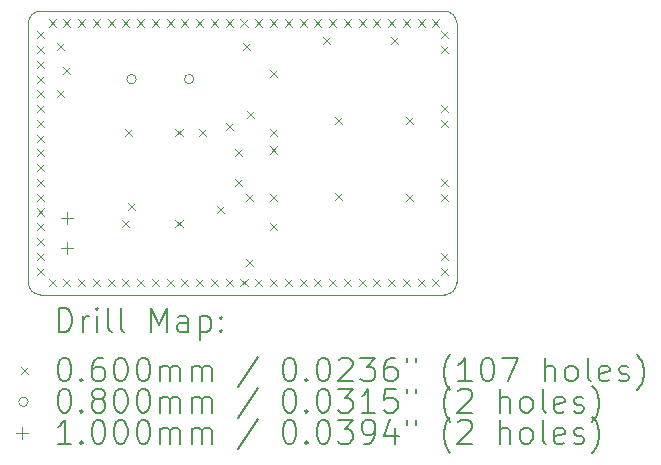
<source format=gbr>
%TF.GenerationSoftware,KiCad,Pcbnew,8.0.2*%
%TF.CreationDate,2024-06-05T16:41:05+02:00*%
%TF.ProjectId,Local Oscillator 60 MHz,4c6f6361-6c20-44f7-9363-696c6c61746f,rev?*%
%TF.SameCoordinates,Original*%
%TF.FileFunction,Drillmap*%
%TF.FilePolarity,Positive*%
%FSLAX45Y45*%
G04 Gerber Fmt 4.5, Leading zero omitted, Abs format (unit mm)*
G04 Created by KiCad (PCBNEW 8.0.2) date 2024-06-05 16:41:05*
%MOMM*%
%LPD*%
G01*
G04 APERTURE LIST*
%ADD10C,0.050000*%
%ADD11C,0.200000*%
%ADD12C,0.100000*%
G04 APERTURE END LIST*
D10*
X11650000Y-8125000D02*
X11650000Y-5925000D01*
X8125000Y-8225000D02*
G75*
G02*
X8025000Y-8125000I0J100000D01*
G01*
X8025000Y-5925000D02*
G75*
G02*
X8125000Y-5825000I100000J0D01*
G01*
X8125000Y-8225000D02*
X11550000Y-8225000D01*
X11650000Y-8125000D02*
G75*
G02*
X11550000Y-8225000I-100000J0D01*
G01*
X11550000Y-5825000D02*
X8125000Y-5825000D01*
X11550000Y-5825000D02*
G75*
G02*
X11650000Y-5925000I0J-100000D01*
G01*
X8025000Y-5925000D02*
X8025000Y-8125000D01*
D11*
D12*
X8095000Y-5995000D02*
X8155000Y-6055000D01*
X8155000Y-5995000D02*
X8095000Y-6055000D01*
X8095000Y-6120000D02*
X8155000Y-6180000D01*
X8155000Y-6120000D02*
X8095000Y-6180000D01*
X8095000Y-6245000D02*
X8155000Y-6305000D01*
X8155000Y-6245000D02*
X8095000Y-6305000D01*
X8095000Y-6370000D02*
X8155000Y-6430000D01*
X8155000Y-6370000D02*
X8095000Y-6430000D01*
X8095000Y-6495000D02*
X8155000Y-6555000D01*
X8155000Y-6495000D02*
X8095000Y-6555000D01*
X8095000Y-6620000D02*
X8155000Y-6680000D01*
X8155000Y-6620000D02*
X8095000Y-6680000D01*
X8095000Y-6745000D02*
X8155000Y-6805000D01*
X8155000Y-6745000D02*
X8095000Y-6805000D01*
X8095000Y-6870000D02*
X8155000Y-6930000D01*
X8155000Y-6870000D02*
X8095000Y-6930000D01*
X8095000Y-6995000D02*
X8155000Y-7055000D01*
X8155000Y-6995000D02*
X8095000Y-7055000D01*
X8095000Y-7120000D02*
X8155000Y-7180000D01*
X8155000Y-7120000D02*
X8095000Y-7180000D01*
X8095000Y-7245000D02*
X8155000Y-7305000D01*
X8155000Y-7245000D02*
X8095000Y-7305000D01*
X8095000Y-7370000D02*
X8155000Y-7430000D01*
X8155000Y-7370000D02*
X8095000Y-7430000D01*
X8095000Y-7495000D02*
X8155000Y-7555000D01*
X8155000Y-7495000D02*
X8095000Y-7555000D01*
X8095000Y-7620000D02*
X8155000Y-7680000D01*
X8155000Y-7620000D02*
X8095000Y-7680000D01*
X8095000Y-7745000D02*
X8155000Y-7805000D01*
X8155000Y-7745000D02*
X8095000Y-7805000D01*
X8095000Y-7870000D02*
X8155000Y-7930000D01*
X8155000Y-7870000D02*
X8095000Y-7930000D01*
X8095000Y-7995000D02*
X8155000Y-8055000D01*
X8155000Y-7995000D02*
X8095000Y-8055000D01*
X8195000Y-5895000D02*
X8255000Y-5955000D01*
X8255000Y-5895000D02*
X8195000Y-5955000D01*
X8195000Y-8095000D02*
X8255000Y-8155000D01*
X8255000Y-8095000D02*
X8195000Y-8155000D01*
X8270000Y-6095000D02*
X8330000Y-6155000D01*
X8330000Y-6095000D02*
X8270000Y-6155000D01*
X8270000Y-6495000D02*
X8330000Y-6555000D01*
X8330000Y-6495000D02*
X8270000Y-6555000D01*
X8320000Y-5895000D02*
X8380000Y-5955000D01*
X8380000Y-5895000D02*
X8320000Y-5955000D01*
X8320000Y-6295000D02*
X8380000Y-6355000D01*
X8380000Y-6295000D02*
X8320000Y-6355000D01*
X8320000Y-8095000D02*
X8380000Y-8155000D01*
X8380000Y-8095000D02*
X8320000Y-8155000D01*
X8445000Y-5895000D02*
X8505000Y-5955000D01*
X8505000Y-5895000D02*
X8445000Y-5955000D01*
X8445000Y-8095000D02*
X8505000Y-8155000D01*
X8505000Y-8095000D02*
X8445000Y-8155000D01*
X8570000Y-5895000D02*
X8630000Y-5955000D01*
X8630000Y-5895000D02*
X8570000Y-5955000D01*
X8570000Y-8095000D02*
X8630000Y-8155000D01*
X8630000Y-8095000D02*
X8570000Y-8155000D01*
X8695000Y-5895000D02*
X8755000Y-5955000D01*
X8755000Y-5895000D02*
X8695000Y-5955000D01*
X8695000Y-8095000D02*
X8755000Y-8155000D01*
X8755000Y-8095000D02*
X8695000Y-8155000D01*
X8820000Y-5895000D02*
X8880000Y-5955000D01*
X8880000Y-5895000D02*
X8820000Y-5955000D01*
X8820000Y-7595000D02*
X8880000Y-7655000D01*
X8880000Y-7595000D02*
X8820000Y-7655000D01*
X8820000Y-8095000D02*
X8880000Y-8155000D01*
X8880000Y-8095000D02*
X8820000Y-8155000D01*
X8845000Y-6820000D02*
X8905000Y-6880000D01*
X8905000Y-6820000D02*
X8845000Y-6880000D01*
X8870000Y-7445000D02*
X8930000Y-7505000D01*
X8930000Y-7445000D02*
X8870000Y-7505000D01*
X8945000Y-5895000D02*
X9005000Y-5955000D01*
X9005000Y-5895000D02*
X8945000Y-5955000D01*
X8945000Y-8095000D02*
X9005000Y-8155000D01*
X9005000Y-8095000D02*
X8945000Y-8155000D01*
X9070000Y-5895000D02*
X9130000Y-5955000D01*
X9130000Y-5895000D02*
X9070000Y-5955000D01*
X9070000Y-8095000D02*
X9130000Y-8155000D01*
X9130000Y-8095000D02*
X9070000Y-8155000D01*
X9195000Y-5895000D02*
X9255000Y-5955000D01*
X9255000Y-5895000D02*
X9195000Y-5955000D01*
X9195000Y-8095000D02*
X9255000Y-8155000D01*
X9255000Y-8095000D02*
X9195000Y-8155000D01*
X9270000Y-6820000D02*
X9330000Y-6880000D01*
X9330000Y-6820000D02*
X9270000Y-6880000D01*
X9270000Y-7595000D02*
X9330000Y-7655000D01*
X9330000Y-7595000D02*
X9270000Y-7655000D01*
X9320000Y-5895000D02*
X9380000Y-5955000D01*
X9380000Y-5895000D02*
X9320000Y-5955000D01*
X9320000Y-8095000D02*
X9380000Y-8155000D01*
X9380000Y-8095000D02*
X9320000Y-8155000D01*
X9445000Y-5895000D02*
X9505000Y-5955000D01*
X9505000Y-5895000D02*
X9445000Y-5955000D01*
X9445000Y-8095000D02*
X9505000Y-8155000D01*
X9505000Y-8095000D02*
X9445000Y-8155000D01*
X9467500Y-6820000D02*
X9527500Y-6880000D01*
X9527500Y-6820000D02*
X9467500Y-6880000D01*
X9570000Y-5895000D02*
X9630000Y-5955000D01*
X9630000Y-5895000D02*
X9570000Y-5955000D01*
X9570000Y-8095000D02*
X9630000Y-8155000D01*
X9630000Y-8095000D02*
X9570000Y-8155000D01*
X9620000Y-7470000D02*
X9680000Y-7530000D01*
X9680000Y-7470000D02*
X9620000Y-7530000D01*
X9695000Y-5895000D02*
X9755000Y-5955000D01*
X9755000Y-5895000D02*
X9695000Y-5955000D01*
X9695000Y-6770000D02*
X9755000Y-6830000D01*
X9755000Y-6770000D02*
X9695000Y-6830000D01*
X9695000Y-8095000D02*
X9755000Y-8155000D01*
X9755000Y-8095000D02*
X9695000Y-8155000D01*
X9770000Y-6995000D02*
X9830000Y-7055000D01*
X9830000Y-6995000D02*
X9770000Y-7055000D01*
X9770000Y-7245000D02*
X9830000Y-7305000D01*
X9830000Y-7245000D02*
X9770000Y-7305000D01*
X9820000Y-5895000D02*
X9880000Y-5955000D01*
X9880000Y-5895000D02*
X9820000Y-5955000D01*
X9820000Y-8095000D02*
X9880000Y-8155000D01*
X9880000Y-8095000D02*
X9820000Y-8155000D01*
X9845000Y-6095000D02*
X9905000Y-6155000D01*
X9905000Y-6095000D02*
X9845000Y-6155000D01*
X9870000Y-7370000D02*
X9930000Y-7430000D01*
X9930000Y-7370000D02*
X9870000Y-7430000D01*
X9870000Y-7920000D02*
X9930000Y-7980000D01*
X9930000Y-7920000D02*
X9870000Y-7980000D01*
X9875000Y-6670000D02*
X9935000Y-6730000D01*
X9935000Y-6670000D02*
X9875000Y-6730000D01*
X9945000Y-5895000D02*
X10005000Y-5955000D01*
X10005000Y-5895000D02*
X9945000Y-5955000D01*
X9945000Y-8095000D02*
X10005000Y-8155000D01*
X10005000Y-8095000D02*
X9945000Y-8155000D01*
X10070000Y-5895000D02*
X10130000Y-5955000D01*
X10130000Y-5895000D02*
X10070000Y-5955000D01*
X10070000Y-6320000D02*
X10130000Y-6380000D01*
X10130000Y-6320000D02*
X10070000Y-6380000D01*
X10070000Y-6820000D02*
X10130000Y-6880000D01*
X10130000Y-6820000D02*
X10070000Y-6880000D01*
X10070000Y-6970000D02*
X10130000Y-7030000D01*
X10130000Y-6970000D02*
X10070000Y-7030000D01*
X10070000Y-7370000D02*
X10130000Y-7430000D01*
X10130000Y-7370000D02*
X10070000Y-7430000D01*
X10070000Y-7620000D02*
X10130000Y-7680000D01*
X10130000Y-7620000D02*
X10070000Y-7680000D01*
X10070000Y-8095000D02*
X10130000Y-8155000D01*
X10130000Y-8095000D02*
X10070000Y-8155000D01*
X10195000Y-5895000D02*
X10255000Y-5955000D01*
X10255000Y-5895000D02*
X10195000Y-5955000D01*
X10195000Y-8095000D02*
X10255000Y-8155000D01*
X10255000Y-8095000D02*
X10195000Y-8155000D01*
X10320000Y-5895000D02*
X10380000Y-5955000D01*
X10380000Y-5895000D02*
X10320000Y-5955000D01*
X10320000Y-8095000D02*
X10380000Y-8155000D01*
X10380000Y-8095000D02*
X10320000Y-8155000D01*
X10445000Y-5895000D02*
X10505000Y-5955000D01*
X10505000Y-5895000D02*
X10445000Y-5955000D01*
X10445000Y-8095000D02*
X10505000Y-8155000D01*
X10505000Y-8095000D02*
X10445000Y-8155000D01*
X10520000Y-6045000D02*
X10580000Y-6105000D01*
X10580000Y-6045000D02*
X10520000Y-6105000D01*
X10570000Y-5895000D02*
X10630000Y-5955000D01*
X10630000Y-5895000D02*
X10570000Y-5955000D01*
X10573060Y-8094617D02*
X10633060Y-8154617D01*
X10633060Y-8094617D02*
X10573060Y-8154617D01*
X10620000Y-6717500D02*
X10680000Y-6777500D01*
X10680000Y-6717500D02*
X10620000Y-6777500D01*
X10620000Y-7367500D02*
X10680000Y-7427500D01*
X10680000Y-7367500D02*
X10620000Y-7427500D01*
X10695000Y-5895000D02*
X10755000Y-5955000D01*
X10755000Y-5895000D02*
X10695000Y-5955000D01*
X10695000Y-8095000D02*
X10755000Y-8155000D01*
X10755000Y-8095000D02*
X10695000Y-8155000D01*
X10820000Y-5895000D02*
X10880000Y-5955000D01*
X10880000Y-5895000D02*
X10820000Y-5955000D01*
X10820000Y-8095000D02*
X10880000Y-8155000D01*
X10880000Y-8095000D02*
X10820000Y-8155000D01*
X10945000Y-5895000D02*
X11005000Y-5955000D01*
X11005000Y-5895000D02*
X10945000Y-5955000D01*
X10945000Y-8095000D02*
X11005000Y-8155000D01*
X11005000Y-8095000D02*
X10945000Y-8155000D01*
X11070000Y-5895000D02*
X11130000Y-5955000D01*
X11130000Y-5895000D02*
X11070000Y-5955000D01*
X11070000Y-8095000D02*
X11130000Y-8155000D01*
X11130000Y-8095000D02*
X11070000Y-8155000D01*
X11095000Y-6045000D02*
X11155000Y-6105000D01*
X11155000Y-6045000D02*
X11095000Y-6105000D01*
X11195000Y-5895000D02*
X11255000Y-5955000D01*
X11255000Y-5895000D02*
X11195000Y-5955000D01*
X11195000Y-8095000D02*
X11255000Y-8155000D01*
X11255000Y-8095000D02*
X11195000Y-8155000D01*
X11220000Y-6720000D02*
X11280000Y-6780000D01*
X11280000Y-6720000D02*
X11220000Y-6780000D01*
X11220000Y-7370000D02*
X11280000Y-7430000D01*
X11280000Y-7370000D02*
X11220000Y-7430000D01*
X11320000Y-5895000D02*
X11380000Y-5955000D01*
X11380000Y-5895000D02*
X11320000Y-5955000D01*
X11320000Y-8095000D02*
X11380000Y-8155000D01*
X11380000Y-8095000D02*
X11320000Y-8155000D01*
X11445000Y-5895000D02*
X11505000Y-5955000D01*
X11505000Y-5895000D02*
X11445000Y-5955000D01*
X11445000Y-8095000D02*
X11505000Y-8155000D01*
X11505000Y-8095000D02*
X11445000Y-8155000D01*
X11520000Y-5995000D02*
X11580000Y-6055000D01*
X11580000Y-5995000D02*
X11520000Y-6055000D01*
X11520000Y-6120000D02*
X11580000Y-6180000D01*
X11580000Y-6120000D02*
X11520000Y-6180000D01*
X11520000Y-6620000D02*
X11580000Y-6680000D01*
X11580000Y-6620000D02*
X11520000Y-6680000D01*
X11520000Y-6745000D02*
X11580000Y-6805000D01*
X11580000Y-6745000D02*
X11520000Y-6805000D01*
X11520000Y-7245000D02*
X11580000Y-7305000D01*
X11580000Y-7245000D02*
X11520000Y-7305000D01*
X11520000Y-7370000D02*
X11580000Y-7430000D01*
X11580000Y-7370000D02*
X11520000Y-7430000D01*
X11520000Y-7870000D02*
X11580000Y-7930000D01*
X11580000Y-7870000D02*
X11520000Y-7930000D01*
X11520000Y-7995000D02*
X11580000Y-8055000D01*
X11580000Y-7995000D02*
X11520000Y-8055000D01*
X8937500Y-6400000D02*
G75*
G02*
X8857500Y-6400000I-40000J0D01*
G01*
X8857500Y-6400000D02*
G75*
G02*
X8937500Y-6400000I40000J0D01*
G01*
X9425500Y-6400000D02*
G75*
G02*
X9345500Y-6400000I-40000J0D01*
G01*
X9345500Y-6400000D02*
G75*
G02*
X9425500Y-6400000I40000J0D01*
G01*
X8350000Y-7522500D02*
X8350000Y-7622500D01*
X8300000Y-7572500D02*
X8400000Y-7572500D01*
X8350000Y-7776500D02*
X8350000Y-7876500D01*
X8300000Y-7826500D02*
X8400000Y-7826500D01*
D11*
X8283277Y-8538984D02*
X8283277Y-8338984D01*
X8283277Y-8338984D02*
X8330896Y-8338984D01*
X8330896Y-8338984D02*
X8359467Y-8348508D01*
X8359467Y-8348508D02*
X8378515Y-8367555D01*
X8378515Y-8367555D02*
X8388039Y-8386603D01*
X8388039Y-8386603D02*
X8397563Y-8424698D01*
X8397563Y-8424698D02*
X8397563Y-8453270D01*
X8397563Y-8453270D02*
X8388039Y-8491365D01*
X8388039Y-8491365D02*
X8378515Y-8510412D01*
X8378515Y-8510412D02*
X8359467Y-8529460D01*
X8359467Y-8529460D02*
X8330896Y-8538984D01*
X8330896Y-8538984D02*
X8283277Y-8538984D01*
X8483277Y-8538984D02*
X8483277Y-8405650D01*
X8483277Y-8443746D02*
X8492801Y-8424698D01*
X8492801Y-8424698D02*
X8502324Y-8415174D01*
X8502324Y-8415174D02*
X8521372Y-8405650D01*
X8521372Y-8405650D02*
X8540420Y-8405650D01*
X8607086Y-8538984D02*
X8607086Y-8405650D01*
X8607086Y-8338984D02*
X8597563Y-8348508D01*
X8597563Y-8348508D02*
X8607086Y-8358031D01*
X8607086Y-8358031D02*
X8616610Y-8348508D01*
X8616610Y-8348508D02*
X8607086Y-8338984D01*
X8607086Y-8338984D02*
X8607086Y-8358031D01*
X8730896Y-8538984D02*
X8711848Y-8529460D01*
X8711848Y-8529460D02*
X8702324Y-8510412D01*
X8702324Y-8510412D02*
X8702324Y-8338984D01*
X8835658Y-8538984D02*
X8816610Y-8529460D01*
X8816610Y-8529460D02*
X8807086Y-8510412D01*
X8807086Y-8510412D02*
X8807086Y-8338984D01*
X9064229Y-8538984D02*
X9064229Y-8338984D01*
X9064229Y-8338984D02*
X9130896Y-8481841D01*
X9130896Y-8481841D02*
X9197563Y-8338984D01*
X9197563Y-8338984D02*
X9197563Y-8538984D01*
X9378515Y-8538984D02*
X9378515Y-8434222D01*
X9378515Y-8434222D02*
X9368991Y-8415174D01*
X9368991Y-8415174D02*
X9349944Y-8405650D01*
X9349944Y-8405650D02*
X9311848Y-8405650D01*
X9311848Y-8405650D02*
X9292801Y-8415174D01*
X9378515Y-8529460D02*
X9359467Y-8538984D01*
X9359467Y-8538984D02*
X9311848Y-8538984D01*
X9311848Y-8538984D02*
X9292801Y-8529460D01*
X9292801Y-8529460D02*
X9283277Y-8510412D01*
X9283277Y-8510412D02*
X9283277Y-8491365D01*
X9283277Y-8491365D02*
X9292801Y-8472317D01*
X9292801Y-8472317D02*
X9311848Y-8462793D01*
X9311848Y-8462793D02*
X9359467Y-8462793D01*
X9359467Y-8462793D02*
X9378515Y-8453270D01*
X9473753Y-8405650D02*
X9473753Y-8605650D01*
X9473753Y-8415174D02*
X9492801Y-8405650D01*
X9492801Y-8405650D02*
X9530896Y-8405650D01*
X9530896Y-8405650D02*
X9549944Y-8415174D01*
X9549944Y-8415174D02*
X9559467Y-8424698D01*
X9559467Y-8424698D02*
X9568991Y-8443746D01*
X9568991Y-8443746D02*
X9568991Y-8500889D01*
X9568991Y-8500889D02*
X9559467Y-8519936D01*
X9559467Y-8519936D02*
X9549944Y-8529460D01*
X9549944Y-8529460D02*
X9530896Y-8538984D01*
X9530896Y-8538984D02*
X9492801Y-8538984D01*
X9492801Y-8538984D02*
X9473753Y-8529460D01*
X9654705Y-8519936D02*
X9664229Y-8529460D01*
X9664229Y-8529460D02*
X9654705Y-8538984D01*
X9654705Y-8538984D02*
X9645182Y-8529460D01*
X9645182Y-8529460D02*
X9654705Y-8519936D01*
X9654705Y-8519936D02*
X9654705Y-8538984D01*
X9654705Y-8415174D02*
X9664229Y-8424698D01*
X9664229Y-8424698D02*
X9654705Y-8434222D01*
X9654705Y-8434222D02*
X9645182Y-8424698D01*
X9645182Y-8424698D02*
X9654705Y-8415174D01*
X9654705Y-8415174D02*
X9654705Y-8434222D01*
D12*
X7962500Y-8837500D02*
X8022500Y-8897500D01*
X8022500Y-8837500D02*
X7962500Y-8897500D01*
D11*
X8321372Y-8758984D02*
X8340420Y-8758984D01*
X8340420Y-8758984D02*
X8359467Y-8768508D01*
X8359467Y-8768508D02*
X8368991Y-8778031D01*
X8368991Y-8778031D02*
X8378515Y-8797079D01*
X8378515Y-8797079D02*
X8388039Y-8835174D01*
X8388039Y-8835174D02*
X8388039Y-8882793D01*
X8388039Y-8882793D02*
X8378515Y-8920889D01*
X8378515Y-8920889D02*
X8368991Y-8939936D01*
X8368991Y-8939936D02*
X8359467Y-8949460D01*
X8359467Y-8949460D02*
X8340420Y-8958984D01*
X8340420Y-8958984D02*
X8321372Y-8958984D01*
X8321372Y-8958984D02*
X8302324Y-8949460D01*
X8302324Y-8949460D02*
X8292801Y-8939936D01*
X8292801Y-8939936D02*
X8283277Y-8920889D01*
X8283277Y-8920889D02*
X8273753Y-8882793D01*
X8273753Y-8882793D02*
X8273753Y-8835174D01*
X8273753Y-8835174D02*
X8283277Y-8797079D01*
X8283277Y-8797079D02*
X8292801Y-8778031D01*
X8292801Y-8778031D02*
X8302324Y-8768508D01*
X8302324Y-8768508D02*
X8321372Y-8758984D01*
X8473753Y-8939936D02*
X8483277Y-8949460D01*
X8483277Y-8949460D02*
X8473753Y-8958984D01*
X8473753Y-8958984D02*
X8464229Y-8949460D01*
X8464229Y-8949460D02*
X8473753Y-8939936D01*
X8473753Y-8939936D02*
X8473753Y-8958984D01*
X8654705Y-8758984D02*
X8616610Y-8758984D01*
X8616610Y-8758984D02*
X8597563Y-8768508D01*
X8597563Y-8768508D02*
X8588039Y-8778031D01*
X8588039Y-8778031D02*
X8568991Y-8806603D01*
X8568991Y-8806603D02*
X8559467Y-8844698D01*
X8559467Y-8844698D02*
X8559467Y-8920889D01*
X8559467Y-8920889D02*
X8568991Y-8939936D01*
X8568991Y-8939936D02*
X8578515Y-8949460D01*
X8578515Y-8949460D02*
X8597563Y-8958984D01*
X8597563Y-8958984D02*
X8635658Y-8958984D01*
X8635658Y-8958984D02*
X8654705Y-8949460D01*
X8654705Y-8949460D02*
X8664229Y-8939936D01*
X8664229Y-8939936D02*
X8673753Y-8920889D01*
X8673753Y-8920889D02*
X8673753Y-8873270D01*
X8673753Y-8873270D02*
X8664229Y-8854222D01*
X8664229Y-8854222D02*
X8654705Y-8844698D01*
X8654705Y-8844698D02*
X8635658Y-8835174D01*
X8635658Y-8835174D02*
X8597563Y-8835174D01*
X8597563Y-8835174D02*
X8578515Y-8844698D01*
X8578515Y-8844698D02*
X8568991Y-8854222D01*
X8568991Y-8854222D02*
X8559467Y-8873270D01*
X8797563Y-8758984D02*
X8816610Y-8758984D01*
X8816610Y-8758984D02*
X8835658Y-8768508D01*
X8835658Y-8768508D02*
X8845182Y-8778031D01*
X8845182Y-8778031D02*
X8854705Y-8797079D01*
X8854705Y-8797079D02*
X8864229Y-8835174D01*
X8864229Y-8835174D02*
X8864229Y-8882793D01*
X8864229Y-8882793D02*
X8854705Y-8920889D01*
X8854705Y-8920889D02*
X8845182Y-8939936D01*
X8845182Y-8939936D02*
X8835658Y-8949460D01*
X8835658Y-8949460D02*
X8816610Y-8958984D01*
X8816610Y-8958984D02*
X8797563Y-8958984D01*
X8797563Y-8958984D02*
X8778515Y-8949460D01*
X8778515Y-8949460D02*
X8768991Y-8939936D01*
X8768991Y-8939936D02*
X8759467Y-8920889D01*
X8759467Y-8920889D02*
X8749944Y-8882793D01*
X8749944Y-8882793D02*
X8749944Y-8835174D01*
X8749944Y-8835174D02*
X8759467Y-8797079D01*
X8759467Y-8797079D02*
X8768991Y-8778031D01*
X8768991Y-8778031D02*
X8778515Y-8768508D01*
X8778515Y-8768508D02*
X8797563Y-8758984D01*
X8988039Y-8758984D02*
X9007086Y-8758984D01*
X9007086Y-8758984D02*
X9026134Y-8768508D01*
X9026134Y-8768508D02*
X9035658Y-8778031D01*
X9035658Y-8778031D02*
X9045182Y-8797079D01*
X9045182Y-8797079D02*
X9054705Y-8835174D01*
X9054705Y-8835174D02*
X9054705Y-8882793D01*
X9054705Y-8882793D02*
X9045182Y-8920889D01*
X9045182Y-8920889D02*
X9035658Y-8939936D01*
X9035658Y-8939936D02*
X9026134Y-8949460D01*
X9026134Y-8949460D02*
X9007086Y-8958984D01*
X9007086Y-8958984D02*
X8988039Y-8958984D01*
X8988039Y-8958984D02*
X8968991Y-8949460D01*
X8968991Y-8949460D02*
X8959467Y-8939936D01*
X8959467Y-8939936D02*
X8949944Y-8920889D01*
X8949944Y-8920889D02*
X8940420Y-8882793D01*
X8940420Y-8882793D02*
X8940420Y-8835174D01*
X8940420Y-8835174D02*
X8949944Y-8797079D01*
X8949944Y-8797079D02*
X8959467Y-8778031D01*
X8959467Y-8778031D02*
X8968991Y-8768508D01*
X8968991Y-8768508D02*
X8988039Y-8758984D01*
X9140420Y-8958984D02*
X9140420Y-8825650D01*
X9140420Y-8844698D02*
X9149944Y-8835174D01*
X9149944Y-8835174D02*
X9168991Y-8825650D01*
X9168991Y-8825650D02*
X9197563Y-8825650D01*
X9197563Y-8825650D02*
X9216610Y-8835174D01*
X9216610Y-8835174D02*
X9226134Y-8854222D01*
X9226134Y-8854222D02*
X9226134Y-8958984D01*
X9226134Y-8854222D02*
X9235658Y-8835174D01*
X9235658Y-8835174D02*
X9254705Y-8825650D01*
X9254705Y-8825650D02*
X9283277Y-8825650D01*
X9283277Y-8825650D02*
X9302325Y-8835174D01*
X9302325Y-8835174D02*
X9311848Y-8854222D01*
X9311848Y-8854222D02*
X9311848Y-8958984D01*
X9407086Y-8958984D02*
X9407086Y-8825650D01*
X9407086Y-8844698D02*
X9416610Y-8835174D01*
X9416610Y-8835174D02*
X9435658Y-8825650D01*
X9435658Y-8825650D02*
X9464229Y-8825650D01*
X9464229Y-8825650D02*
X9483277Y-8835174D01*
X9483277Y-8835174D02*
X9492801Y-8854222D01*
X9492801Y-8854222D02*
X9492801Y-8958984D01*
X9492801Y-8854222D02*
X9502325Y-8835174D01*
X9502325Y-8835174D02*
X9521372Y-8825650D01*
X9521372Y-8825650D02*
X9549944Y-8825650D01*
X9549944Y-8825650D02*
X9568991Y-8835174D01*
X9568991Y-8835174D02*
X9578515Y-8854222D01*
X9578515Y-8854222D02*
X9578515Y-8958984D01*
X9968991Y-8749460D02*
X9797563Y-9006603D01*
X10226134Y-8758984D02*
X10245182Y-8758984D01*
X10245182Y-8758984D02*
X10264229Y-8768508D01*
X10264229Y-8768508D02*
X10273753Y-8778031D01*
X10273753Y-8778031D02*
X10283277Y-8797079D01*
X10283277Y-8797079D02*
X10292801Y-8835174D01*
X10292801Y-8835174D02*
X10292801Y-8882793D01*
X10292801Y-8882793D02*
X10283277Y-8920889D01*
X10283277Y-8920889D02*
X10273753Y-8939936D01*
X10273753Y-8939936D02*
X10264229Y-8949460D01*
X10264229Y-8949460D02*
X10245182Y-8958984D01*
X10245182Y-8958984D02*
X10226134Y-8958984D01*
X10226134Y-8958984D02*
X10207087Y-8949460D01*
X10207087Y-8949460D02*
X10197563Y-8939936D01*
X10197563Y-8939936D02*
X10188039Y-8920889D01*
X10188039Y-8920889D02*
X10178515Y-8882793D01*
X10178515Y-8882793D02*
X10178515Y-8835174D01*
X10178515Y-8835174D02*
X10188039Y-8797079D01*
X10188039Y-8797079D02*
X10197563Y-8778031D01*
X10197563Y-8778031D02*
X10207087Y-8768508D01*
X10207087Y-8768508D02*
X10226134Y-8758984D01*
X10378515Y-8939936D02*
X10388039Y-8949460D01*
X10388039Y-8949460D02*
X10378515Y-8958984D01*
X10378515Y-8958984D02*
X10368991Y-8949460D01*
X10368991Y-8949460D02*
X10378515Y-8939936D01*
X10378515Y-8939936D02*
X10378515Y-8958984D01*
X10511848Y-8758984D02*
X10530896Y-8758984D01*
X10530896Y-8758984D02*
X10549944Y-8768508D01*
X10549944Y-8768508D02*
X10559468Y-8778031D01*
X10559468Y-8778031D02*
X10568991Y-8797079D01*
X10568991Y-8797079D02*
X10578515Y-8835174D01*
X10578515Y-8835174D02*
X10578515Y-8882793D01*
X10578515Y-8882793D02*
X10568991Y-8920889D01*
X10568991Y-8920889D02*
X10559468Y-8939936D01*
X10559468Y-8939936D02*
X10549944Y-8949460D01*
X10549944Y-8949460D02*
X10530896Y-8958984D01*
X10530896Y-8958984D02*
X10511848Y-8958984D01*
X10511848Y-8958984D02*
X10492801Y-8949460D01*
X10492801Y-8949460D02*
X10483277Y-8939936D01*
X10483277Y-8939936D02*
X10473753Y-8920889D01*
X10473753Y-8920889D02*
X10464229Y-8882793D01*
X10464229Y-8882793D02*
X10464229Y-8835174D01*
X10464229Y-8835174D02*
X10473753Y-8797079D01*
X10473753Y-8797079D02*
X10483277Y-8778031D01*
X10483277Y-8778031D02*
X10492801Y-8768508D01*
X10492801Y-8768508D02*
X10511848Y-8758984D01*
X10654706Y-8778031D02*
X10664229Y-8768508D01*
X10664229Y-8768508D02*
X10683277Y-8758984D01*
X10683277Y-8758984D02*
X10730896Y-8758984D01*
X10730896Y-8758984D02*
X10749944Y-8768508D01*
X10749944Y-8768508D02*
X10759468Y-8778031D01*
X10759468Y-8778031D02*
X10768991Y-8797079D01*
X10768991Y-8797079D02*
X10768991Y-8816127D01*
X10768991Y-8816127D02*
X10759468Y-8844698D01*
X10759468Y-8844698D02*
X10645182Y-8958984D01*
X10645182Y-8958984D02*
X10768991Y-8958984D01*
X10835658Y-8758984D02*
X10959468Y-8758984D01*
X10959468Y-8758984D02*
X10892801Y-8835174D01*
X10892801Y-8835174D02*
X10921372Y-8835174D01*
X10921372Y-8835174D02*
X10940420Y-8844698D01*
X10940420Y-8844698D02*
X10949944Y-8854222D01*
X10949944Y-8854222D02*
X10959468Y-8873270D01*
X10959468Y-8873270D02*
X10959468Y-8920889D01*
X10959468Y-8920889D02*
X10949944Y-8939936D01*
X10949944Y-8939936D02*
X10940420Y-8949460D01*
X10940420Y-8949460D02*
X10921372Y-8958984D01*
X10921372Y-8958984D02*
X10864229Y-8958984D01*
X10864229Y-8958984D02*
X10845182Y-8949460D01*
X10845182Y-8949460D02*
X10835658Y-8939936D01*
X11130896Y-8758984D02*
X11092801Y-8758984D01*
X11092801Y-8758984D02*
X11073753Y-8768508D01*
X11073753Y-8768508D02*
X11064229Y-8778031D01*
X11064229Y-8778031D02*
X11045182Y-8806603D01*
X11045182Y-8806603D02*
X11035658Y-8844698D01*
X11035658Y-8844698D02*
X11035658Y-8920889D01*
X11035658Y-8920889D02*
X11045182Y-8939936D01*
X11045182Y-8939936D02*
X11054706Y-8949460D01*
X11054706Y-8949460D02*
X11073753Y-8958984D01*
X11073753Y-8958984D02*
X11111849Y-8958984D01*
X11111849Y-8958984D02*
X11130896Y-8949460D01*
X11130896Y-8949460D02*
X11140420Y-8939936D01*
X11140420Y-8939936D02*
X11149944Y-8920889D01*
X11149944Y-8920889D02*
X11149944Y-8873270D01*
X11149944Y-8873270D02*
X11140420Y-8854222D01*
X11140420Y-8854222D02*
X11130896Y-8844698D01*
X11130896Y-8844698D02*
X11111849Y-8835174D01*
X11111849Y-8835174D02*
X11073753Y-8835174D01*
X11073753Y-8835174D02*
X11054706Y-8844698D01*
X11054706Y-8844698D02*
X11045182Y-8854222D01*
X11045182Y-8854222D02*
X11035658Y-8873270D01*
X11226134Y-8758984D02*
X11226134Y-8797079D01*
X11302325Y-8758984D02*
X11302325Y-8797079D01*
X11597563Y-9035174D02*
X11588039Y-9025650D01*
X11588039Y-9025650D02*
X11568991Y-8997079D01*
X11568991Y-8997079D02*
X11559468Y-8978031D01*
X11559468Y-8978031D02*
X11549944Y-8949460D01*
X11549944Y-8949460D02*
X11540420Y-8901841D01*
X11540420Y-8901841D02*
X11540420Y-8863746D01*
X11540420Y-8863746D02*
X11549944Y-8816127D01*
X11549944Y-8816127D02*
X11559468Y-8787555D01*
X11559468Y-8787555D02*
X11568991Y-8768508D01*
X11568991Y-8768508D02*
X11588039Y-8739936D01*
X11588039Y-8739936D02*
X11597563Y-8730412D01*
X11778515Y-8958984D02*
X11664229Y-8958984D01*
X11721372Y-8958984D02*
X11721372Y-8758984D01*
X11721372Y-8758984D02*
X11702325Y-8787555D01*
X11702325Y-8787555D02*
X11683277Y-8806603D01*
X11683277Y-8806603D02*
X11664229Y-8816127D01*
X11902325Y-8758984D02*
X11921372Y-8758984D01*
X11921372Y-8758984D02*
X11940420Y-8768508D01*
X11940420Y-8768508D02*
X11949944Y-8778031D01*
X11949944Y-8778031D02*
X11959468Y-8797079D01*
X11959468Y-8797079D02*
X11968991Y-8835174D01*
X11968991Y-8835174D02*
X11968991Y-8882793D01*
X11968991Y-8882793D02*
X11959468Y-8920889D01*
X11959468Y-8920889D02*
X11949944Y-8939936D01*
X11949944Y-8939936D02*
X11940420Y-8949460D01*
X11940420Y-8949460D02*
X11921372Y-8958984D01*
X11921372Y-8958984D02*
X11902325Y-8958984D01*
X11902325Y-8958984D02*
X11883277Y-8949460D01*
X11883277Y-8949460D02*
X11873753Y-8939936D01*
X11873753Y-8939936D02*
X11864229Y-8920889D01*
X11864229Y-8920889D02*
X11854706Y-8882793D01*
X11854706Y-8882793D02*
X11854706Y-8835174D01*
X11854706Y-8835174D02*
X11864229Y-8797079D01*
X11864229Y-8797079D02*
X11873753Y-8778031D01*
X11873753Y-8778031D02*
X11883277Y-8768508D01*
X11883277Y-8768508D02*
X11902325Y-8758984D01*
X12035658Y-8758984D02*
X12168991Y-8758984D01*
X12168991Y-8758984D02*
X12083277Y-8958984D01*
X12397563Y-8958984D02*
X12397563Y-8758984D01*
X12483277Y-8958984D02*
X12483277Y-8854222D01*
X12483277Y-8854222D02*
X12473753Y-8835174D01*
X12473753Y-8835174D02*
X12454706Y-8825650D01*
X12454706Y-8825650D02*
X12426134Y-8825650D01*
X12426134Y-8825650D02*
X12407087Y-8835174D01*
X12407087Y-8835174D02*
X12397563Y-8844698D01*
X12607087Y-8958984D02*
X12588039Y-8949460D01*
X12588039Y-8949460D02*
X12578515Y-8939936D01*
X12578515Y-8939936D02*
X12568991Y-8920889D01*
X12568991Y-8920889D02*
X12568991Y-8863746D01*
X12568991Y-8863746D02*
X12578515Y-8844698D01*
X12578515Y-8844698D02*
X12588039Y-8835174D01*
X12588039Y-8835174D02*
X12607087Y-8825650D01*
X12607087Y-8825650D02*
X12635658Y-8825650D01*
X12635658Y-8825650D02*
X12654706Y-8835174D01*
X12654706Y-8835174D02*
X12664230Y-8844698D01*
X12664230Y-8844698D02*
X12673753Y-8863746D01*
X12673753Y-8863746D02*
X12673753Y-8920889D01*
X12673753Y-8920889D02*
X12664230Y-8939936D01*
X12664230Y-8939936D02*
X12654706Y-8949460D01*
X12654706Y-8949460D02*
X12635658Y-8958984D01*
X12635658Y-8958984D02*
X12607087Y-8958984D01*
X12788039Y-8958984D02*
X12768991Y-8949460D01*
X12768991Y-8949460D02*
X12759468Y-8930412D01*
X12759468Y-8930412D02*
X12759468Y-8758984D01*
X12940420Y-8949460D02*
X12921372Y-8958984D01*
X12921372Y-8958984D02*
X12883277Y-8958984D01*
X12883277Y-8958984D02*
X12864230Y-8949460D01*
X12864230Y-8949460D02*
X12854706Y-8930412D01*
X12854706Y-8930412D02*
X12854706Y-8854222D01*
X12854706Y-8854222D02*
X12864230Y-8835174D01*
X12864230Y-8835174D02*
X12883277Y-8825650D01*
X12883277Y-8825650D02*
X12921372Y-8825650D01*
X12921372Y-8825650D02*
X12940420Y-8835174D01*
X12940420Y-8835174D02*
X12949944Y-8854222D01*
X12949944Y-8854222D02*
X12949944Y-8873270D01*
X12949944Y-8873270D02*
X12854706Y-8892317D01*
X13026134Y-8949460D02*
X13045182Y-8958984D01*
X13045182Y-8958984D02*
X13083277Y-8958984D01*
X13083277Y-8958984D02*
X13102325Y-8949460D01*
X13102325Y-8949460D02*
X13111849Y-8930412D01*
X13111849Y-8930412D02*
X13111849Y-8920889D01*
X13111849Y-8920889D02*
X13102325Y-8901841D01*
X13102325Y-8901841D02*
X13083277Y-8892317D01*
X13083277Y-8892317D02*
X13054706Y-8892317D01*
X13054706Y-8892317D02*
X13035658Y-8882793D01*
X13035658Y-8882793D02*
X13026134Y-8863746D01*
X13026134Y-8863746D02*
X13026134Y-8854222D01*
X13026134Y-8854222D02*
X13035658Y-8835174D01*
X13035658Y-8835174D02*
X13054706Y-8825650D01*
X13054706Y-8825650D02*
X13083277Y-8825650D01*
X13083277Y-8825650D02*
X13102325Y-8835174D01*
X13178515Y-9035174D02*
X13188039Y-9025650D01*
X13188039Y-9025650D02*
X13207087Y-8997079D01*
X13207087Y-8997079D02*
X13216611Y-8978031D01*
X13216611Y-8978031D02*
X13226134Y-8949460D01*
X13226134Y-8949460D02*
X13235658Y-8901841D01*
X13235658Y-8901841D02*
X13235658Y-8863746D01*
X13235658Y-8863746D02*
X13226134Y-8816127D01*
X13226134Y-8816127D02*
X13216611Y-8787555D01*
X13216611Y-8787555D02*
X13207087Y-8768508D01*
X13207087Y-8768508D02*
X13188039Y-8739936D01*
X13188039Y-8739936D02*
X13178515Y-8730412D01*
D12*
X8022500Y-9131500D02*
G75*
G02*
X7942500Y-9131500I-40000J0D01*
G01*
X7942500Y-9131500D02*
G75*
G02*
X8022500Y-9131500I40000J0D01*
G01*
D11*
X8321372Y-9022984D02*
X8340420Y-9022984D01*
X8340420Y-9022984D02*
X8359467Y-9032508D01*
X8359467Y-9032508D02*
X8368991Y-9042031D01*
X8368991Y-9042031D02*
X8378515Y-9061079D01*
X8378515Y-9061079D02*
X8388039Y-9099174D01*
X8388039Y-9099174D02*
X8388039Y-9146793D01*
X8388039Y-9146793D02*
X8378515Y-9184889D01*
X8378515Y-9184889D02*
X8368991Y-9203936D01*
X8368991Y-9203936D02*
X8359467Y-9213460D01*
X8359467Y-9213460D02*
X8340420Y-9222984D01*
X8340420Y-9222984D02*
X8321372Y-9222984D01*
X8321372Y-9222984D02*
X8302324Y-9213460D01*
X8302324Y-9213460D02*
X8292801Y-9203936D01*
X8292801Y-9203936D02*
X8283277Y-9184889D01*
X8283277Y-9184889D02*
X8273753Y-9146793D01*
X8273753Y-9146793D02*
X8273753Y-9099174D01*
X8273753Y-9099174D02*
X8283277Y-9061079D01*
X8283277Y-9061079D02*
X8292801Y-9042031D01*
X8292801Y-9042031D02*
X8302324Y-9032508D01*
X8302324Y-9032508D02*
X8321372Y-9022984D01*
X8473753Y-9203936D02*
X8483277Y-9213460D01*
X8483277Y-9213460D02*
X8473753Y-9222984D01*
X8473753Y-9222984D02*
X8464229Y-9213460D01*
X8464229Y-9213460D02*
X8473753Y-9203936D01*
X8473753Y-9203936D02*
X8473753Y-9222984D01*
X8597563Y-9108698D02*
X8578515Y-9099174D01*
X8578515Y-9099174D02*
X8568991Y-9089650D01*
X8568991Y-9089650D02*
X8559467Y-9070603D01*
X8559467Y-9070603D02*
X8559467Y-9061079D01*
X8559467Y-9061079D02*
X8568991Y-9042031D01*
X8568991Y-9042031D02*
X8578515Y-9032508D01*
X8578515Y-9032508D02*
X8597563Y-9022984D01*
X8597563Y-9022984D02*
X8635658Y-9022984D01*
X8635658Y-9022984D02*
X8654705Y-9032508D01*
X8654705Y-9032508D02*
X8664229Y-9042031D01*
X8664229Y-9042031D02*
X8673753Y-9061079D01*
X8673753Y-9061079D02*
X8673753Y-9070603D01*
X8673753Y-9070603D02*
X8664229Y-9089650D01*
X8664229Y-9089650D02*
X8654705Y-9099174D01*
X8654705Y-9099174D02*
X8635658Y-9108698D01*
X8635658Y-9108698D02*
X8597563Y-9108698D01*
X8597563Y-9108698D02*
X8578515Y-9118222D01*
X8578515Y-9118222D02*
X8568991Y-9127746D01*
X8568991Y-9127746D02*
X8559467Y-9146793D01*
X8559467Y-9146793D02*
X8559467Y-9184889D01*
X8559467Y-9184889D02*
X8568991Y-9203936D01*
X8568991Y-9203936D02*
X8578515Y-9213460D01*
X8578515Y-9213460D02*
X8597563Y-9222984D01*
X8597563Y-9222984D02*
X8635658Y-9222984D01*
X8635658Y-9222984D02*
X8654705Y-9213460D01*
X8654705Y-9213460D02*
X8664229Y-9203936D01*
X8664229Y-9203936D02*
X8673753Y-9184889D01*
X8673753Y-9184889D02*
X8673753Y-9146793D01*
X8673753Y-9146793D02*
X8664229Y-9127746D01*
X8664229Y-9127746D02*
X8654705Y-9118222D01*
X8654705Y-9118222D02*
X8635658Y-9108698D01*
X8797563Y-9022984D02*
X8816610Y-9022984D01*
X8816610Y-9022984D02*
X8835658Y-9032508D01*
X8835658Y-9032508D02*
X8845182Y-9042031D01*
X8845182Y-9042031D02*
X8854705Y-9061079D01*
X8854705Y-9061079D02*
X8864229Y-9099174D01*
X8864229Y-9099174D02*
X8864229Y-9146793D01*
X8864229Y-9146793D02*
X8854705Y-9184889D01*
X8854705Y-9184889D02*
X8845182Y-9203936D01*
X8845182Y-9203936D02*
X8835658Y-9213460D01*
X8835658Y-9213460D02*
X8816610Y-9222984D01*
X8816610Y-9222984D02*
X8797563Y-9222984D01*
X8797563Y-9222984D02*
X8778515Y-9213460D01*
X8778515Y-9213460D02*
X8768991Y-9203936D01*
X8768991Y-9203936D02*
X8759467Y-9184889D01*
X8759467Y-9184889D02*
X8749944Y-9146793D01*
X8749944Y-9146793D02*
X8749944Y-9099174D01*
X8749944Y-9099174D02*
X8759467Y-9061079D01*
X8759467Y-9061079D02*
X8768991Y-9042031D01*
X8768991Y-9042031D02*
X8778515Y-9032508D01*
X8778515Y-9032508D02*
X8797563Y-9022984D01*
X8988039Y-9022984D02*
X9007086Y-9022984D01*
X9007086Y-9022984D02*
X9026134Y-9032508D01*
X9026134Y-9032508D02*
X9035658Y-9042031D01*
X9035658Y-9042031D02*
X9045182Y-9061079D01*
X9045182Y-9061079D02*
X9054705Y-9099174D01*
X9054705Y-9099174D02*
X9054705Y-9146793D01*
X9054705Y-9146793D02*
X9045182Y-9184889D01*
X9045182Y-9184889D02*
X9035658Y-9203936D01*
X9035658Y-9203936D02*
X9026134Y-9213460D01*
X9026134Y-9213460D02*
X9007086Y-9222984D01*
X9007086Y-9222984D02*
X8988039Y-9222984D01*
X8988039Y-9222984D02*
X8968991Y-9213460D01*
X8968991Y-9213460D02*
X8959467Y-9203936D01*
X8959467Y-9203936D02*
X8949944Y-9184889D01*
X8949944Y-9184889D02*
X8940420Y-9146793D01*
X8940420Y-9146793D02*
X8940420Y-9099174D01*
X8940420Y-9099174D02*
X8949944Y-9061079D01*
X8949944Y-9061079D02*
X8959467Y-9042031D01*
X8959467Y-9042031D02*
X8968991Y-9032508D01*
X8968991Y-9032508D02*
X8988039Y-9022984D01*
X9140420Y-9222984D02*
X9140420Y-9089650D01*
X9140420Y-9108698D02*
X9149944Y-9099174D01*
X9149944Y-9099174D02*
X9168991Y-9089650D01*
X9168991Y-9089650D02*
X9197563Y-9089650D01*
X9197563Y-9089650D02*
X9216610Y-9099174D01*
X9216610Y-9099174D02*
X9226134Y-9118222D01*
X9226134Y-9118222D02*
X9226134Y-9222984D01*
X9226134Y-9118222D02*
X9235658Y-9099174D01*
X9235658Y-9099174D02*
X9254705Y-9089650D01*
X9254705Y-9089650D02*
X9283277Y-9089650D01*
X9283277Y-9089650D02*
X9302325Y-9099174D01*
X9302325Y-9099174D02*
X9311848Y-9118222D01*
X9311848Y-9118222D02*
X9311848Y-9222984D01*
X9407086Y-9222984D02*
X9407086Y-9089650D01*
X9407086Y-9108698D02*
X9416610Y-9099174D01*
X9416610Y-9099174D02*
X9435658Y-9089650D01*
X9435658Y-9089650D02*
X9464229Y-9089650D01*
X9464229Y-9089650D02*
X9483277Y-9099174D01*
X9483277Y-9099174D02*
X9492801Y-9118222D01*
X9492801Y-9118222D02*
X9492801Y-9222984D01*
X9492801Y-9118222D02*
X9502325Y-9099174D01*
X9502325Y-9099174D02*
X9521372Y-9089650D01*
X9521372Y-9089650D02*
X9549944Y-9089650D01*
X9549944Y-9089650D02*
X9568991Y-9099174D01*
X9568991Y-9099174D02*
X9578515Y-9118222D01*
X9578515Y-9118222D02*
X9578515Y-9222984D01*
X9968991Y-9013460D02*
X9797563Y-9270603D01*
X10226134Y-9022984D02*
X10245182Y-9022984D01*
X10245182Y-9022984D02*
X10264229Y-9032508D01*
X10264229Y-9032508D02*
X10273753Y-9042031D01*
X10273753Y-9042031D02*
X10283277Y-9061079D01*
X10283277Y-9061079D02*
X10292801Y-9099174D01*
X10292801Y-9099174D02*
X10292801Y-9146793D01*
X10292801Y-9146793D02*
X10283277Y-9184889D01*
X10283277Y-9184889D02*
X10273753Y-9203936D01*
X10273753Y-9203936D02*
X10264229Y-9213460D01*
X10264229Y-9213460D02*
X10245182Y-9222984D01*
X10245182Y-9222984D02*
X10226134Y-9222984D01*
X10226134Y-9222984D02*
X10207087Y-9213460D01*
X10207087Y-9213460D02*
X10197563Y-9203936D01*
X10197563Y-9203936D02*
X10188039Y-9184889D01*
X10188039Y-9184889D02*
X10178515Y-9146793D01*
X10178515Y-9146793D02*
X10178515Y-9099174D01*
X10178515Y-9099174D02*
X10188039Y-9061079D01*
X10188039Y-9061079D02*
X10197563Y-9042031D01*
X10197563Y-9042031D02*
X10207087Y-9032508D01*
X10207087Y-9032508D02*
X10226134Y-9022984D01*
X10378515Y-9203936D02*
X10388039Y-9213460D01*
X10388039Y-9213460D02*
X10378515Y-9222984D01*
X10378515Y-9222984D02*
X10368991Y-9213460D01*
X10368991Y-9213460D02*
X10378515Y-9203936D01*
X10378515Y-9203936D02*
X10378515Y-9222984D01*
X10511848Y-9022984D02*
X10530896Y-9022984D01*
X10530896Y-9022984D02*
X10549944Y-9032508D01*
X10549944Y-9032508D02*
X10559468Y-9042031D01*
X10559468Y-9042031D02*
X10568991Y-9061079D01*
X10568991Y-9061079D02*
X10578515Y-9099174D01*
X10578515Y-9099174D02*
X10578515Y-9146793D01*
X10578515Y-9146793D02*
X10568991Y-9184889D01*
X10568991Y-9184889D02*
X10559468Y-9203936D01*
X10559468Y-9203936D02*
X10549944Y-9213460D01*
X10549944Y-9213460D02*
X10530896Y-9222984D01*
X10530896Y-9222984D02*
X10511848Y-9222984D01*
X10511848Y-9222984D02*
X10492801Y-9213460D01*
X10492801Y-9213460D02*
X10483277Y-9203936D01*
X10483277Y-9203936D02*
X10473753Y-9184889D01*
X10473753Y-9184889D02*
X10464229Y-9146793D01*
X10464229Y-9146793D02*
X10464229Y-9099174D01*
X10464229Y-9099174D02*
X10473753Y-9061079D01*
X10473753Y-9061079D02*
X10483277Y-9042031D01*
X10483277Y-9042031D02*
X10492801Y-9032508D01*
X10492801Y-9032508D02*
X10511848Y-9022984D01*
X10645182Y-9022984D02*
X10768991Y-9022984D01*
X10768991Y-9022984D02*
X10702325Y-9099174D01*
X10702325Y-9099174D02*
X10730896Y-9099174D01*
X10730896Y-9099174D02*
X10749944Y-9108698D01*
X10749944Y-9108698D02*
X10759468Y-9118222D01*
X10759468Y-9118222D02*
X10768991Y-9137270D01*
X10768991Y-9137270D02*
X10768991Y-9184889D01*
X10768991Y-9184889D02*
X10759468Y-9203936D01*
X10759468Y-9203936D02*
X10749944Y-9213460D01*
X10749944Y-9213460D02*
X10730896Y-9222984D01*
X10730896Y-9222984D02*
X10673753Y-9222984D01*
X10673753Y-9222984D02*
X10654706Y-9213460D01*
X10654706Y-9213460D02*
X10645182Y-9203936D01*
X10959468Y-9222984D02*
X10845182Y-9222984D01*
X10902325Y-9222984D02*
X10902325Y-9022984D01*
X10902325Y-9022984D02*
X10883277Y-9051555D01*
X10883277Y-9051555D02*
X10864229Y-9070603D01*
X10864229Y-9070603D02*
X10845182Y-9080127D01*
X11140420Y-9022984D02*
X11045182Y-9022984D01*
X11045182Y-9022984D02*
X11035658Y-9118222D01*
X11035658Y-9118222D02*
X11045182Y-9108698D01*
X11045182Y-9108698D02*
X11064229Y-9099174D01*
X11064229Y-9099174D02*
X11111849Y-9099174D01*
X11111849Y-9099174D02*
X11130896Y-9108698D01*
X11130896Y-9108698D02*
X11140420Y-9118222D01*
X11140420Y-9118222D02*
X11149944Y-9137270D01*
X11149944Y-9137270D02*
X11149944Y-9184889D01*
X11149944Y-9184889D02*
X11140420Y-9203936D01*
X11140420Y-9203936D02*
X11130896Y-9213460D01*
X11130896Y-9213460D02*
X11111849Y-9222984D01*
X11111849Y-9222984D02*
X11064229Y-9222984D01*
X11064229Y-9222984D02*
X11045182Y-9213460D01*
X11045182Y-9213460D02*
X11035658Y-9203936D01*
X11226134Y-9022984D02*
X11226134Y-9061079D01*
X11302325Y-9022984D02*
X11302325Y-9061079D01*
X11597563Y-9299174D02*
X11588039Y-9289650D01*
X11588039Y-9289650D02*
X11568991Y-9261079D01*
X11568991Y-9261079D02*
X11559468Y-9242031D01*
X11559468Y-9242031D02*
X11549944Y-9213460D01*
X11549944Y-9213460D02*
X11540420Y-9165841D01*
X11540420Y-9165841D02*
X11540420Y-9127746D01*
X11540420Y-9127746D02*
X11549944Y-9080127D01*
X11549944Y-9080127D02*
X11559468Y-9051555D01*
X11559468Y-9051555D02*
X11568991Y-9032508D01*
X11568991Y-9032508D02*
X11588039Y-9003936D01*
X11588039Y-9003936D02*
X11597563Y-8994412D01*
X11664229Y-9042031D02*
X11673753Y-9032508D01*
X11673753Y-9032508D02*
X11692801Y-9022984D01*
X11692801Y-9022984D02*
X11740420Y-9022984D01*
X11740420Y-9022984D02*
X11759468Y-9032508D01*
X11759468Y-9032508D02*
X11768991Y-9042031D01*
X11768991Y-9042031D02*
X11778515Y-9061079D01*
X11778515Y-9061079D02*
X11778515Y-9080127D01*
X11778515Y-9080127D02*
X11768991Y-9108698D01*
X11768991Y-9108698D02*
X11654706Y-9222984D01*
X11654706Y-9222984D02*
X11778515Y-9222984D01*
X12016610Y-9222984D02*
X12016610Y-9022984D01*
X12102325Y-9222984D02*
X12102325Y-9118222D01*
X12102325Y-9118222D02*
X12092801Y-9099174D01*
X12092801Y-9099174D02*
X12073753Y-9089650D01*
X12073753Y-9089650D02*
X12045182Y-9089650D01*
X12045182Y-9089650D02*
X12026134Y-9099174D01*
X12026134Y-9099174D02*
X12016610Y-9108698D01*
X12226134Y-9222984D02*
X12207087Y-9213460D01*
X12207087Y-9213460D02*
X12197563Y-9203936D01*
X12197563Y-9203936D02*
X12188039Y-9184889D01*
X12188039Y-9184889D02*
X12188039Y-9127746D01*
X12188039Y-9127746D02*
X12197563Y-9108698D01*
X12197563Y-9108698D02*
X12207087Y-9099174D01*
X12207087Y-9099174D02*
X12226134Y-9089650D01*
X12226134Y-9089650D02*
X12254706Y-9089650D01*
X12254706Y-9089650D02*
X12273753Y-9099174D01*
X12273753Y-9099174D02*
X12283277Y-9108698D01*
X12283277Y-9108698D02*
X12292801Y-9127746D01*
X12292801Y-9127746D02*
X12292801Y-9184889D01*
X12292801Y-9184889D02*
X12283277Y-9203936D01*
X12283277Y-9203936D02*
X12273753Y-9213460D01*
X12273753Y-9213460D02*
X12254706Y-9222984D01*
X12254706Y-9222984D02*
X12226134Y-9222984D01*
X12407087Y-9222984D02*
X12388039Y-9213460D01*
X12388039Y-9213460D02*
X12378515Y-9194412D01*
X12378515Y-9194412D02*
X12378515Y-9022984D01*
X12559468Y-9213460D02*
X12540420Y-9222984D01*
X12540420Y-9222984D02*
X12502325Y-9222984D01*
X12502325Y-9222984D02*
X12483277Y-9213460D01*
X12483277Y-9213460D02*
X12473753Y-9194412D01*
X12473753Y-9194412D02*
X12473753Y-9118222D01*
X12473753Y-9118222D02*
X12483277Y-9099174D01*
X12483277Y-9099174D02*
X12502325Y-9089650D01*
X12502325Y-9089650D02*
X12540420Y-9089650D01*
X12540420Y-9089650D02*
X12559468Y-9099174D01*
X12559468Y-9099174D02*
X12568991Y-9118222D01*
X12568991Y-9118222D02*
X12568991Y-9137270D01*
X12568991Y-9137270D02*
X12473753Y-9156317D01*
X12645182Y-9213460D02*
X12664230Y-9222984D01*
X12664230Y-9222984D02*
X12702325Y-9222984D01*
X12702325Y-9222984D02*
X12721372Y-9213460D01*
X12721372Y-9213460D02*
X12730896Y-9194412D01*
X12730896Y-9194412D02*
X12730896Y-9184889D01*
X12730896Y-9184889D02*
X12721372Y-9165841D01*
X12721372Y-9165841D02*
X12702325Y-9156317D01*
X12702325Y-9156317D02*
X12673753Y-9156317D01*
X12673753Y-9156317D02*
X12654706Y-9146793D01*
X12654706Y-9146793D02*
X12645182Y-9127746D01*
X12645182Y-9127746D02*
X12645182Y-9118222D01*
X12645182Y-9118222D02*
X12654706Y-9099174D01*
X12654706Y-9099174D02*
X12673753Y-9089650D01*
X12673753Y-9089650D02*
X12702325Y-9089650D01*
X12702325Y-9089650D02*
X12721372Y-9099174D01*
X12797563Y-9299174D02*
X12807087Y-9289650D01*
X12807087Y-9289650D02*
X12826134Y-9261079D01*
X12826134Y-9261079D02*
X12835658Y-9242031D01*
X12835658Y-9242031D02*
X12845182Y-9213460D01*
X12845182Y-9213460D02*
X12854706Y-9165841D01*
X12854706Y-9165841D02*
X12854706Y-9127746D01*
X12854706Y-9127746D02*
X12845182Y-9080127D01*
X12845182Y-9080127D02*
X12835658Y-9051555D01*
X12835658Y-9051555D02*
X12826134Y-9032508D01*
X12826134Y-9032508D02*
X12807087Y-9003936D01*
X12807087Y-9003936D02*
X12797563Y-8994412D01*
D12*
X7972500Y-9345500D02*
X7972500Y-9445500D01*
X7922500Y-9395500D02*
X8022500Y-9395500D01*
D11*
X8388039Y-9486984D02*
X8273753Y-9486984D01*
X8330896Y-9486984D02*
X8330896Y-9286984D01*
X8330896Y-9286984D02*
X8311848Y-9315555D01*
X8311848Y-9315555D02*
X8292801Y-9334603D01*
X8292801Y-9334603D02*
X8273753Y-9344127D01*
X8473753Y-9467936D02*
X8483277Y-9477460D01*
X8483277Y-9477460D02*
X8473753Y-9486984D01*
X8473753Y-9486984D02*
X8464229Y-9477460D01*
X8464229Y-9477460D02*
X8473753Y-9467936D01*
X8473753Y-9467936D02*
X8473753Y-9486984D01*
X8607086Y-9286984D02*
X8626134Y-9286984D01*
X8626134Y-9286984D02*
X8645182Y-9296508D01*
X8645182Y-9296508D02*
X8654705Y-9306031D01*
X8654705Y-9306031D02*
X8664229Y-9325079D01*
X8664229Y-9325079D02*
X8673753Y-9363174D01*
X8673753Y-9363174D02*
X8673753Y-9410793D01*
X8673753Y-9410793D02*
X8664229Y-9448889D01*
X8664229Y-9448889D02*
X8654705Y-9467936D01*
X8654705Y-9467936D02*
X8645182Y-9477460D01*
X8645182Y-9477460D02*
X8626134Y-9486984D01*
X8626134Y-9486984D02*
X8607086Y-9486984D01*
X8607086Y-9486984D02*
X8588039Y-9477460D01*
X8588039Y-9477460D02*
X8578515Y-9467936D01*
X8578515Y-9467936D02*
X8568991Y-9448889D01*
X8568991Y-9448889D02*
X8559467Y-9410793D01*
X8559467Y-9410793D02*
X8559467Y-9363174D01*
X8559467Y-9363174D02*
X8568991Y-9325079D01*
X8568991Y-9325079D02*
X8578515Y-9306031D01*
X8578515Y-9306031D02*
X8588039Y-9296508D01*
X8588039Y-9296508D02*
X8607086Y-9286984D01*
X8797563Y-9286984D02*
X8816610Y-9286984D01*
X8816610Y-9286984D02*
X8835658Y-9296508D01*
X8835658Y-9296508D02*
X8845182Y-9306031D01*
X8845182Y-9306031D02*
X8854705Y-9325079D01*
X8854705Y-9325079D02*
X8864229Y-9363174D01*
X8864229Y-9363174D02*
X8864229Y-9410793D01*
X8864229Y-9410793D02*
X8854705Y-9448889D01*
X8854705Y-9448889D02*
X8845182Y-9467936D01*
X8845182Y-9467936D02*
X8835658Y-9477460D01*
X8835658Y-9477460D02*
X8816610Y-9486984D01*
X8816610Y-9486984D02*
X8797563Y-9486984D01*
X8797563Y-9486984D02*
X8778515Y-9477460D01*
X8778515Y-9477460D02*
X8768991Y-9467936D01*
X8768991Y-9467936D02*
X8759467Y-9448889D01*
X8759467Y-9448889D02*
X8749944Y-9410793D01*
X8749944Y-9410793D02*
X8749944Y-9363174D01*
X8749944Y-9363174D02*
X8759467Y-9325079D01*
X8759467Y-9325079D02*
X8768991Y-9306031D01*
X8768991Y-9306031D02*
X8778515Y-9296508D01*
X8778515Y-9296508D02*
X8797563Y-9286984D01*
X8988039Y-9286984D02*
X9007086Y-9286984D01*
X9007086Y-9286984D02*
X9026134Y-9296508D01*
X9026134Y-9296508D02*
X9035658Y-9306031D01*
X9035658Y-9306031D02*
X9045182Y-9325079D01*
X9045182Y-9325079D02*
X9054705Y-9363174D01*
X9054705Y-9363174D02*
X9054705Y-9410793D01*
X9054705Y-9410793D02*
X9045182Y-9448889D01*
X9045182Y-9448889D02*
X9035658Y-9467936D01*
X9035658Y-9467936D02*
X9026134Y-9477460D01*
X9026134Y-9477460D02*
X9007086Y-9486984D01*
X9007086Y-9486984D02*
X8988039Y-9486984D01*
X8988039Y-9486984D02*
X8968991Y-9477460D01*
X8968991Y-9477460D02*
X8959467Y-9467936D01*
X8959467Y-9467936D02*
X8949944Y-9448889D01*
X8949944Y-9448889D02*
X8940420Y-9410793D01*
X8940420Y-9410793D02*
X8940420Y-9363174D01*
X8940420Y-9363174D02*
X8949944Y-9325079D01*
X8949944Y-9325079D02*
X8959467Y-9306031D01*
X8959467Y-9306031D02*
X8968991Y-9296508D01*
X8968991Y-9296508D02*
X8988039Y-9286984D01*
X9140420Y-9486984D02*
X9140420Y-9353650D01*
X9140420Y-9372698D02*
X9149944Y-9363174D01*
X9149944Y-9363174D02*
X9168991Y-9353650D01*
X9168991Y-9353650D02*
X9197563Y-9353650D01*
X9197563Y-9353650D02*
X9216610Y-9363174D01*
X9216610Y-9363174D02*
X9226134Y-9382222D01*
X9226134Y-9382222D02*
X9226134Y-9486984D01*
X9226134Y-9382222D02*
X9235658Y-9363174D01*
X9235658Y-9363174D02*
X9254705Y-9353650D01*
X9254705Y-9353650D02*
X9283277Y-9353650D01*
X9283277Y-9353650D02*
X9302325Y-9363174D01*
X9302325Y-9363174D02*
X9311848Y-9382222D01*
X9311848Y-9382222D02*
X9311848Y-9486984D01*
X9407086Y-9486984D02*
X9407086Y-9353650D01*
X9407086Y-9372698D02*
X9416610Y-9363174D01*
X9416610Y-9363174D02*
X9435658Y-9353650D01*
X9435658Y-9353650D02*
X9464229Y-9353650D01*
X9464229Y-9353650D02*
X9483277Y-9363174D01*
X9483277Y-9363174D02*
X9492801Y-9382222D01*
X9492801Y-9382222D02*
X9492801Y-9486984D01*
X9492801Y-9382222D02*
X9502325Y-9363174D01*
X9502325Y-9363174D02*
X9521372Y-9353650D01*
X9521372Y-9353650D02*
X9549944Y-9353650D01*
X9549944Y-9353650D02*
X9568991Y-9363174D01*
X9568991Y-9363174D02*
X9578515Y-9382222D01*
X9578515Y-9382222D02*
X9578515Y-9486984D01*
X9968991Y-9277460D02*
X9797563Y-9534603D01*
X10226134Y-9286984D02*
X10245182Y-9286984D01*
X10245182Y-9286984D02*
X10264229Y-9296508D01*
X10264229Y-9296508D02*
X10273753Y-9306031D01*
X10273753Y-9306031D02*
X10283277Y-9325079D01*
X10283277Y-9325079D02*
X10292801Y-9363174D01*
X10292801Y-9363174D02*
X10292801Y-9410793D01*
X10292801Y-9410793D02*
X10283277Y-9448889D01*
X10283277Y-9448889D02*
X10273753Y-9467936D01*
X10273753Y-9467936D02*
X10264229Y-9477460D01*
X10264229Y-9477460D02*
X10245182Y-9486984D01*
X10245182Y-9486984D02*
X10226134Y-9486984D01*
X10226134Y-9486984D02*
X10207087Y-9477460D01*
X10207087Y-9477460D02*
X10197563Y-9467936D01*
X10197563Y-9467936D02*
X10188039Y-9448889D01*
X10188039Y-9448889D02*
X10178515Y-9410793D01*
X10178515Y-9410793D02*
X10178515Y-9363174D01*
X10178515Y-9363174D02*
X10188039Y-9325079D01*
X10188039Y-9325079D02*
X10197563Y-9306031D01*
X10197563Y-9306031D02*
X10207087Y-9296508D01*
X10207087Y-9296508D02*
X10226134Y-9286984D01*
X10378515Y-9467936D02*
X10388039Y-9477460D01*
X10388039Y-9477460D02*
X10378515Y-9486984D01*
X10378515Y-9486984D02*
X10368991Y-9477460D01*
X10368991Y-9477460D02*
X10378515Y-9467936D01*
X10378515Y-9467936D02*
X10378515Y-9486984D01*
X10511848Y-9286984D02*
X10530896Y-9286984D01*
X10530896Y-9286984D02*
X10549944Y-9296508D01*
X10549944Y-9296508D02*
X10559468Y-9306031D01*
X10559468Y-9306031D02*
X10568991Y-9325079D01*
X10568991Y-9325079D02*
X10578515Y-9363174D01*
X10578515Y-9363174D02*
X10578515Y-9410793D01*
X10578515Y-9410793D02*
X10568991Y-9448889D01*
X10568991Y-9448889D02*
X10559468Y-9467936D01*
X10559468Y-9467936D02*
X10549944Y-9477460D01*
X10549944Y-9477460D02*
X10530896Y-9486984D01*
X10530896Y-9486984D02*
X10511848Y-9486984D01*
X10511848Y-9486984D02*
X10492801Y-9477460D01*
X10492801Y-9477460D02*
X10483277Y-9467936D01*
X10483277Y-9467936D02*
X10473753Y-9448889D01*
X10473753Y-9448889D02*
X10464229Y-9410793D01*
X10464229Y-9410793D02*
X10464229Y-9363174D01*
X10464229Y-9363174D02*
X10473753Y-9325079D01*
X10473753Y-9325079D02*
X10483277Y-9306031D01*
X10483277Y-9306031D02*
X10492801Y-9296508D01*
X10492801Y-9296508D02*
X10511848Y-9286984D01*
X10645182Y-9286984D02*
X10768991Y-9286984D01*
X10768991Y-9286984D02*
X10702325Y-9363174D01*
X10702325Y-9363174D02*
X10730896Y-9363174D01*
X10730896Y-9363174D02*
X10749944Y-9372698D01*
X10749944Y-9372698D02*
X10759468Y-9382222D01*
X10759468Y-9382222D02*
X10768991Y-9401270D01*
X10768991Y-9401270D02*
X10768991Y-9448889D01*
X10768991Y-9448889D02*
X10759468Y-9467936D01*
X10759468Y-9467936D02*
X10749944Y-9477460D01*
X10749944Y-9477460D02*
X10730896Y-9486984D01*
X10730896Y-9486984D02*
X10673753Y-9486984D01*
X10673753Y-9486984D02*
X10654706Y-9477460D01*
X10654706Y-9477460D02*
X10645182Y-9467936D01*
X10864229Y-9486984D02*
X10902325Y-9486984D01*
X10902325Y-9486984D02*
X10921372Y-9477460D01*
X10921372Y-9477460D02*
X10930896Y-9467936D01*
X10930896Y-9467936D02*
X10949944Y-9439365D01*
X10949944Y-9439365D02*
X10959468Y-9401270D01*
X10959468Y-9401270D02*
X10959468Y-9325079D01*
X10959468Y-9325079D02*
X10949944Y-9306031D01*
X10949944Y-9306031D02*
X10940420Y-9296508D01*
X10940420Y-9296508D02*
X10921372Y-9286984D01*
X10921372Y-9286984D02*
X10883277Y-9286984D01*
X10883277Y-9286984D02*
X10864229Y-9296508D01*
X10864229Y-9296508D02*
X10854706Y-9306031D01*
X10854706Y-9306031D02*
X10845182Y-9325079D01*
X10845182Y-9325079D02*
X10845182Y-9372698D01*
X10845182Y-9372698D02*
X10854706Y-9391746D01*
X10854706Y-9391746D02*
X10864229Y-9401270D01*
X10864229Y-9401270D02*
X10883277Y-9410793D01*
X10883277Y-9410793D02*
X10921372Y-9410793D01*
X10921372Y-9410793D02*
X10940420Y-9401270D01*
X10940420Y-9401270D02*
X10949944Y-9391746D01*
X10949944Y-9391746D02*
X10959468Y-9372698D01*
X11130896Y-9353650D02*
X11130896Y-9486984D01*
X11083277Y-9277460D02*
X11035658Y-9420317D01*
X11035658Y-9420317D02*
X11159468Y-9420317D01*
X11226134Y-9286984D02*
X11226134Y-9325079D01*
X11302325Y-9286984D02*
X11302325Y-9325079D01*
X11597563Y-9563174D02*
X11588039Y-9553650D01*
X11588039Y-9553650D02*
X11568991Y-9525079D01*
X11568991Y-9525079D02*
X11559468Y-9506031D01*
X11559468Y-9506031D02*
X11549944Y-9477460D01*
X11549944Y-9477460D02*
X11540420Y-9429841D01*
X11540420Y-9429841D02*
X11540420Y-9391746D01*
X11540420Y-9391746D02*
X11549944Y-9344127D01*
X11549944Y-9344127D02*
X11559468Y-9315555D01*
X11559468Y-9315555D02*
X11568991Y-9296508D01*
X11568991Y-9296508D02*
X11588039Y-9267936D01*
X11588039Y-9267936D02*
X11597563Y-9258412D01*
X11664229Y-9306031D02*
X11673753Y-9296508D01*
X11673753Y-9296508D02*
X11692801Y-9286984D01*
X11692801Y-9286984D02*
X11740420Y-9286984D01*
X11740420Y-9286984D02*
X11759468Y-9296508D01*
X11759468Y-9296508D02*
X11768991Y-9306031D01*
X11768991Y-9306031D02*
X11778515Y-9325079D01*
X11778515Y-9325079D02*
X11778515Y-9344127D01*
X11778515Y-9344127D02*
X11768991Y-9372698D01*
X11768991Y-9372698D02*
X11654706Y-9486984D01*
X11654706Y-9486984D02*
X11778515Y-9486984D01*
X12016610Y-9486984D02*
X12016610Y-9286984D01*
X12102325Y-9486984D02*
X12102325Y-9382222D01*
X12102325Y-9382222D02*
X12092801Y-9363174D01*
X12092801Y-9363174D02*
X12073753Y-9353650D01*
X12073753Y-9353650D02*
X12045182Y-9353650D01*
X12045182Y-9353650D02*
X12026134Y-9363174D01*
X12026134Y-9363174D02*
X12016610Y-9372698D01*
X12226134Y-9486984D02*
X12207087Y-9477460D01*
X12207087Y-9477460D02*
X12197563Y-9467936D01*
X12197563Y-9467936D02*
X12188039Y-9448889D01*
X12188039Y-9448889D02*
X12188039Y-9391746D01*
X12188039Y-9391746D02*
X12197563Y-9372698D01*
X12197563Y-9372698D02*
X12207087Y-9363174D01*
X12207087Y-9363174D02*
X12226134Y-9353650D01*
X12226134Y-9353650D02*
X12254706Y-9353650D01*
X12254706Y-9353650D02*
X12273753Y-9363174D01*
X12273753Y-9363174D02*
X12283277Y-9372698D01*
X12283277Y-9372698D02*
X12292801Y-9391746D01*
X12292801Y-9391746D02*
X12292801Y-9448889D01*
X12292801Y-9448889D02*
X12283277Y-9467936D01*
X12283277Y-9467936D02*
X12273753Y-9477460D01*
X12273753Y-9477460D02*
X12254706Y-9486984D01*
X12254706Y-9486984D02*
X12226134Y-9486984D01*
X12407087Y-9486984D02*
X12388039Y-9477460D01*
X12388039Y-9477460D02*
X12378515Y-9458412D01*
X12378515Y-9458412D02*
X12378515Y-9286984D01*
X12559468Y-9477460D02*
X12540420Y-9486984D01*
X12540420Y-9486984D02*
X12502325Y-9486984D01*
X12502325Y-9486984D02*
X12483277Y-9477460D01*
X12483277Y-9477460D02*
X12473753Y-9458412D01*
X12473753Y-9458412D02*
X12473753Y-9382222D01*
X12473753Y-9382222D02*
X12483277Y-9363174D01*
X12483277Y-9363174D02*
X12502325Y-9353650D01*
X12502325Y-9353650D02*
X12540420Y-9353650D01*
X12540420Y-9353650D02*
X12559468Y-9363174D01*
X12559468Y-9363174D02*
X12568991Y-9382222D01*
X12568991Y-9382222D02*
X12568991Y-9401270D01*
X12568991Y-9401270D02*
X12473753Y-9420317D01*
X12645182Y-9477460D02*
X12664230Y-9486984D01*
X12664230Y-9486984D02*
X12702325Y-9486984D01*
X12702325Y-9486984D02*
X12721372Y-9477460D01*
X12721372Y-9477460D02*
X12730896Y-9458412D01*
X12730896Y-9458412D02*
X12730896Y-9448889D01*
X12730896Y-9448889D02*
X12721372Y-9429841D01*
X12721372Y-9429841D02*
X12702325Y-9420317D01*
X12702325Y-9420317D02*
X12673753Y-9420317D01*
X12673753Y-9420317D02*
X12654706Y-9410793D01*
X12654706Y-9410793D02*
X12645182Y-9391746D01*
X12645182Y-9391746D02*
X12645182Y-9382222D01*
X12645182Y-9382222D02*
X12654706Y-9363174D01*
X12654706Y-9363174D02*
X12673753Y-9353650D01*
X12673753Y-9353650D02*
X12702325Y-9353650D01*
X12702325Y-9353650D02*
X12721372Y-9363174D01*
X12797563Y-9563174D02*
X12807087Y-9553650D01*
X12807087Y-9553650D02*
X12826134Y-9525079D01*
X12826134Y-9525079D02*
X12835658Y-9506031D01*
X12835658Y-9506031D02*
X12845182Y-9477460D01*
X12845182Y-9477460D02*
X12854706Y-9429841D01*
X12854706Y-9429841D02*
X12854706Y-9391746D01*
X12854706Y-9391746D02*
X12845182Y-9344127D01*
X12845182Y-9344127D02*
X12835658Y-9315555D01*
X12835658Y-9315555D02*
X12826134Y-9296508D01*
X12826134Y-9296508D02*
X12807087Y-9267936D01*
X12807087Y-9267936D02*
X12797563Y-9258412D01*
M02*

</source>
